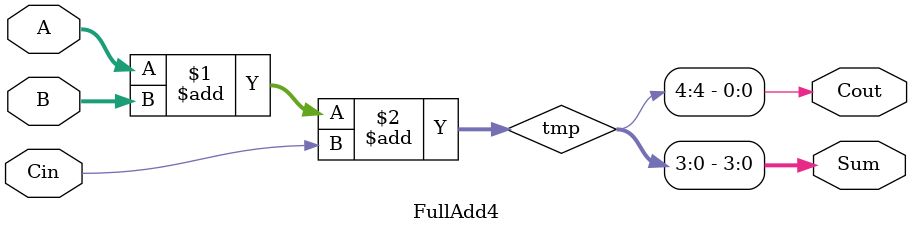
<source format=v>
  	                                            		

module FullAdd4( A,B,Cin,Sum,Cout);                	
    input [3:0] A, B;
    input Cin; 			
    output [3:0] Sum;
    output Cout;

                   	          	
// student code here
    wire [4:0]tmp;
    assign tmp = A + B + Cin;
    assign Sum = tmp[3:0];
    assign Cout = tmp[4];
endmodule // Adder




    

</source>
